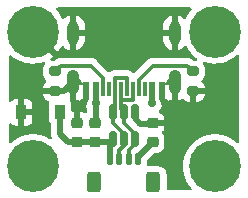
<source format=gtl>
%TF.GenerationSoftware,KiCad,Pcbnew,(6.0.5)*%
%TF.CreationDate,2022-07-11T10:01:00-06:00*%
%TF.ProjectId,usbc-daughter-board,75736263-2d64-4617-9567-687465722d62,1.0*%
%TF.SameCoordinates,Original*%
%TF.FileFunction,Copper,L1,Top*%
%TF.FilePolarity,Positive*%
%FSLAX46Y46*%
G04 Gerber Fmt 4.6, Leading zero omitted, Abs format (unit mm)*
G04 Created by KiCad (PCBNEW (6.0.5)) date 2022-07-11 10:01:00*
%MOMM*%
%LPD*%
G01*
G04 APERTURE LIST*
G04 Aperture macros list*
%AMRoundRect*
0 Rectangle with rounded corners*
0 $1 Rounding radius*
0 $2 $3 $4 $5 $6 $7 $8 $9 X,Y pos of 4 corners*
0 Add a 4 corners polygon primitive as box body*
4,1,4,$2,$3,$4,$5,$6,$7,$8,$9,$2,$3,0*
0 Add four circle primitives for the rounded corners*
1,1,$1+$1,$2,$3*
1,1,$1+$1,$4,$5*
1,1,$1+$1,$6,$7*
1,1,$1+$1,$8,$9*
0 Add four rect primitives between the rounded corners*
20,1,$1+$1,$2,$3,$4,$5,0*
20,1,$1+$1,$4,$5,$6,$7,0*
20,1,$1+$1,$6,$7,$8,$9,0*
20,1,$1+$1,$8,$9,$2,$3,0*%
G04 Aperture macros list end*
%TA.AperFunction,SMDPad,CuDef*%
%ADD10RoundRect,0.125000X-0.125000X-0.375000X0.125000X-0.375000X0.125000X0.375000X-0.125000X0.375000X0*%
%TD*%
%TA.AperFunction,SMDPad,CuDef*%
%ADD11RoundRect,0.250000X-0.350000X-0.600000X0.350000X-0.600000X0.350000X0.600000X-0.350000X0.600000X0*%
%TD*%
%TA.AperFunction,SMDPad,CuDef*%
%ADD12RoundRect,0.218750X-0.256250X0.218750X-0.256250X-0.218750X0.256250X-0.218750X0.256250X0.218750X0*%
%TD*%
%TA.AperFunction,SMDPad,CuDef*%
%ADD13RoundRect,0.225000X0.250000X-0.225000X0.250000X0.225000X-0.250000X0.225000X-0.250000X-0.225000X0*%
%TD*%
%TA.AperFunction,SMDPad,CuDef*%
%ADD14RoundRect,0.200000X-0.275000X0.200000X-0.275000X-0.200000X0.275000X-0.200000X0.275000X0.200000X0*%
%TD*%
%TA.AperFunction,ComponentPad*%
%ADD15C,4.400000*%
%TD*%
%TA.AperFunction,SMDPad,CuDef*%
%ADD16R,0.600000X1.150000*%
%TD*%
%TA.AperFunction,SMDPad,CuDef*%
%ADD17R,0.300000X1.150000*%
%TD*%
%TA.AperFunction,ComponentPad*%
%ADD18O,1.050000X2.100000*%
%TD*%
%TA.AperFunction,ComponentPad*%
%ADD19O,1.000000X2.000000*%
%TD*%
%TA.AperFunction,SMDPad,CuDef*%
%ADD20R,0.900000X1.200000*%
%TD*%
%TA.AperFunction,SMDPad,CuDef*%
%ADD21RoundRect,0.150000X0.150000X-0.512500X0.150000X0.512500X-0.150000X0.512500X-0.150000X-0.512500X0*%
%TD*%
%TA.AperFunction,ViaPad*%
%ADD22C,0.700000*%
%TD*%
%TA.AperFunction,Conductor*%
%ADD23C,0.500000*%
%TD*%
%TA.AperFunction,Conductor*%
%ADD24C,0.300000*%
%TD*%
G04 APERTURE END LIST*
D10*
%TO.P,J2,1,Pin_1*%
%TO.N,VBUS*%
X23100000Y-27250000D03*
%TO.P,J2,2,Pin_2*%
%TO.N,/USB_D+*%
X23900000Y-27250000D03*
%TO.P,J2,3,Pin_3*%
%TO.N,/USB_D-*%
X24700000Y-27250000D03*
%TO.P,J2,4,Pin_4*%
%TO.N,GND*%
X25500000Y-27250000D03*
D11*
%TO.P,J2,MP*%
%TO.N,N/C*%
X26800000Y-29200000D03*
X21800000Y-29200000D03*
%TD*%
D12*
%TO.P,F1,1*%
%TO.N,/CON_VBUS*%
X21850000Y-24212500D03*
%TO.P,F1,2*%
%TO.N,VBUS*%
X21850000Y-25787500D03*
%TD*%
D13*
%TO.P,C1,1*%
%TO.N,VBUS*%
X20350000Y-25775000D03*
%TO.P,C1,2*%
%TO.N,GNDPWR*%
X20350000Y-24225000D03*
%TD*%
D14*
%TO.P,R2,1*%
%TO.N,/CON_CC1*%
X30150000Y-19825000D03*
%TO.P,R2,2*%
%TO.N,GNDPWR*%
X30150000Y-21475000D03*
%TD*%
%TO.P,R1,1*%
%TO.N,/CON_CC2*%
X18450000Y-19825000D03*
%TO.P,R1,2*%
%TO.N,GNDPWR*%
X18450000Y-21475000D03*
%TD*%
D15*
%TO.P,H3,1,1*%
%TO.N,unconnected-(H3-Pad1)*%
X16600000Y-27850000D03*
%TD*%
%TO.P,H1,1,1*%
%TO.N,GNDPWR*%
X16600000Y-16450000D03*
%TD*%
%TO.P,H4,1,1*%
%TO.N,unconnected-(H4-Pad1)*%
X32000000Y-27850000D03*
%TD*%
%TO.P,H2,1,1*%
%TO.N,unconnected-(H2-Pad1)*%
X32000000Y-16450000D03*
%TD*%
D12*
%TO.P,L1,1,1*%
%TO.N,GNDPWR*%
X26750000Y-24212500D03*
%TO.P,L1,2,2*%
%TO.N,GND*%
X26750000Y-25787500D03*
%TD*%
D16*
%TO.P,J1,A1_B12,GND*%
%TO.N,GNDPWR*%
X27500000Y-21305000D03*
%TO.P,J1,A4_B9,VBUS*%
%TO.N,/CON_VBUS*%
X26700000Y-21305000D03*
D17*
%TO.P,J1,A5,CC1*%
%TO.N,/CON_CC1*%
X25550000Y-21305000D03*
%TO.P,J1,A6,D+*%
%TO.N,/USB_D+*%
X24550000Y-21305000D03*
%TO.P,J1,A7,D-*%
%TO.N,/USB_D-*%
X24050000Y-21305000D03*
%TO.P,J1,A8,SBU1*%
%TO.N,unconnected-(J1-PadA8)*%
X23050000Y-21305000D03*
D16*
%TO.P,J1,B1_A12,GND*%
%TO.N,GNDPWR*%
X21100000Y-21305000D03*
%TO.P,J1,B4_A9,VBUS*%
%TO.N,/CON_VBUS*%
X21900000Y-21305000D03*
D17*
%TO.P,J1,B5,CC2*%
%TO.N,/CON_CC2*%
X22550000Y-21305000D03*
%TO.P,J1,B6,D+*%
%TO.N,/USB_D+*%
X23550000Y-21305000D03*
%TO.P,J1,B7,D-*%
%TO.N,/USB_D-*%
X25050000Y-21305000D03*
%TO.P,J1,B8,SBU2*%
%TO.N,unconnected-(J1-PadB8)*%
X26050000Y-21305000D03*
D18*
%TO.P,J1,S1,SHELL_GND*%
%TO.N,GNDPWR*%
X28620000Y-20730000D03*
D19*
%TO.P,J1,S2,SHELL_GND*%
X28620000Y-16550000D03*
%TO.P,J1,S3,SHELL_GND*%
X19980000Y-16550000D03*
D18*
%TO.P,J1,S4,SHELL_GND*%
X19980000Y-20730000D03*
%TD*%
D20*
%TO.P,D1,1,A1*%
%TO.N,VBUS*%
X18900000Y-23300000D03*
%TO.P,D1,2,A2*%
%TO.N,GNDPWR*%
X15600000Y-23300000D03*
%TD*%
D21*
%TO.P,U1,1,VBUS*%
%TO.N,VBUS*%
X23350000Y-25537500D03*
%TO.P,U1,2,D1+*%
%TO.N,/USB_D+*%
X24300000Y-25537500D03*
%TO.P,U1,3,D1-*%
%TO.N,/USB_D-*%
X25250000Y-25537500D03*
%TO.P,U1,4,GND*%
%TO.N,GNDPWR*%
X25250000Y-23262500D03*
%TO.P,U1,5,D2-*%
%TO.N,/USB_D-*%
X24300000Y-23262500D03*
%TO.P,U1,6,D2+*%
%TO.N,/USB_D+*%
X23350000Y-23262500D03*
%TD*%
D22*
%TO.N,GNDPWR*%
X20800000Y-22500000D03*
X27800000Y-22500000D03*
%TO.N,/CON_VBUS*%
X21900000Y-22500000D03*
X26700000Y-22500000D03*
%TD*%
D23*
%TO.N,VBUS*%
X23100000Y-27250000D02*
X23100000Y-25787500D01*
X20350000Y-25775000D02*
X19525000Y-25775000D01*
X20350000Y-25775000D02*
X23112500Y-25775000D01*
X23100000Y-25787500D02*
X23350000Y-25537500D01*
X23112500Y-25775000D02*
X23350000Y-25537500D01*
X18900000Y-25150000D02*
X18900000Y-23300000D01*
X19525000Y-25775000D02*
X18900000Y-25150000D01*
%TO.N,GNDPWR*%
X19235000Y-21475000D02*
X19980000Y-20730000D01*
X18450000Y-21475000D02*
X19235000Y-21475000D01*
X20350000Y-22950000D02*
X20350000Y-24225000D01*
X27500000Y-21305000D02*
X27500000Y-22200000D01*
X26712500Y-24250000D02*
X26750000Y-24212500D01*
X20800000Y-22500000D02*
X20350000Y-22950000D01*
X25700000Y-24250000D02*
X26712500Y-24250000D01*
X25250000Y-23800000D02*
X25700000Y-24250000D01*
X21100000Y-21305000D02*
X21100000Y-22200000D01*
X27500000Y-22200000D02*
X27800000Y-22500000D01*
X21100000Y-22200000D02*
X20800000Y-22500000D01*
X25250000Y-23262500D02*
X25250000Y-23800000D01*
%TO.N,/CON_VBUS*%
X26700000Y-21305000D02*
X26700000Y-22500000D01*
X21900000Y-21305000D02*
X21900000Y-22500000D01*
X21900000Y-24162500D02*
X21850000Y-24212500D01*
X21900000Y-22500000D02*
X21900000Y-24162500D01*
D24*
%TO.N,/USB_D-*%
X24300000Y-24168573D02*
X25250000Y-25118573D01*
X25250000Y-25118573D02*
X25250000Y-25537500D01*
X24050000Y-21305000D02*
X24050000Y-22229022D01*
X24050000Y-22229022D02*
X24050000Y-23012500D01*
X24300000Y-23262500D02*
X24300000Y-24168573D01*
X24050489Y-22229511D02*
X25049511Y-22229511D01*
X24050000Y-23012500D02*
X24300000Y-23262500D01*
X24050000Y-22229022D02*
X24050489Y-22229511D01*
X25250000Y-25537500D02*
X25250000Y-25956427D01*
X25050000Y-22229022D02*
X25050000Y-21305000D01*
X25049511Y-22229511D02*
X25050000Y-22229022D01*
X25250000Y-25956427D02*
X24700000Y-26506427D01*
X24700000Y-26506427D02*
X24700000Y-27250000D01*
%TO.N,/USB_D+*%
X23900000Y-26500000D02*
X24300000Y-26100000D01*
X24300000Y-26100000D02*
X24300000Y-25537500D01*
X23350000Y-24168573D02*
X24300000Y-25118573D01*
X23900000Y-27250000D02*
X23900000Y-26500000D01*
X24550000Y-20380978D02*
X24550000Y-21305000D01*
X23550000Y-23062500D02*
X23350000Y-23262500D01*
X23550000Y-21305000D02*
X23550000Y-23062500D01*
X23550000Y-21305000D02*
X23550000Y-20380978D01*
X23550000Y-20380978D02*
X23550489Y-20380489D01*
X24300000Y-25118573D02*
X24300000Y-25537500D01*
X23550489Y-20380489D02*
X24549511Y-20380489D01*
X24549511Y-20380489D02*
X24550000Y-20380978D01*
X23350000Y-23262500D02*
X23350000Y-24168573D01*
%TO.N,/CON_CC2*%
X22550000Y-20345371D02*
X21535109Y-19330480D01*
X22550000Y-21305000D02*
X22550000Y-20345371D01*
X21535109Y-19330480D02*
X18944520Y-19330480D01*
X18944520Y-19330480D02*
X18450000Y-19825000D01*
%TO.N,/CON_CC1*%
X26769520Y-19330480D02*
X25550000Y-20550000D01*
X30150000Y-19825000D02*
X29655480Y-19330480D01*
X25550000Y-20550000D02*
X25550000Y-21305000D01*
X29655480Y-19330480D02*
X26769520Y-19330480D01*
D23*
%TO.N,GND*%
X25500000Y-27250000D02*
X25500000Y-27037500D01*
X25500000Y-27037500D02*
X26750000Y-25787500D01*
%TD*%
%TA.AperFunction,Conductor*%
%TO.N,GNDPWR*%
G36*
X33962090Y-18422984D02*
G01*
X34018136Y-18466566D01*
X34041901Y-18540217D01*
X34041733Y-22425460D01*
X34041589Y-25756479D01*
X34021584Y-25824599D01*
X33967926Y-25871090D01*
X33897652Y-25881191D01*
X33833072Y-25851695D01*
X33826261Y-25845336D01*
X33807742Y-25826720D01*
X33805070Y-25824034D01*
X33548603Y-25621852D01*
X33269705Y-25451945D01*
X33266261Y-25450379D01*
X33266257Y-25450377D01*
X33155667Y-25400095D01*
X32972414Y-25316775D01*
X32661037Y-25218300D01*
X32436193Y-25176018D01*
X32343809Y-25158645D01*
X32343807Y-25158645D01*
X32340086Y-25157945D01*
X32014208Y-25136586D01*
X32010428Y-25136794D01*
X32010427Y-25136794D01*
X31912897Y-25142162D01*
X31688124Y-25154532D01*
X31684397Y-25155193D01*
X31684393Y-25155193D01*
X31566889Y-25176018D01*
X31366557Y-25211522D01*
X31362941Y-25212624D01*
X31362933Y-25212626D01*
X31077443Y-25299637D01*
X31054167Y-25306731D01*
X30755477Y-25438781D01*
X30730041Y-25453914D01*
X30478074Y-25603817D01*
X30478068Y-25603821D01*
X30474814Y-25605757D01*
X30216244Y-25805243D01*
X29983513Y-26034347D01*
X29981149Y-26037314D01*
X29981146Y-26037317D01*
X29964847Y-26057771D01*
X29779991Y-26289751D01*
X29608626Y-26567757D01*
X29602949Y-26580071D01*
X29515205Y-26770405D01*
X29471902Y-26864336D01*
X29470741Y-26867940D01*
X29470741Y-26867941D01*
X29462196Y-26894477D01*
X29371797Y-27175192D01*
X29371079Y-27178903D01*
X29371078Y-27178907D01*
X29310482Y-27492105D01*
X29310481Y-27492114D01*
X29309763Y-27495824D01*
X29309496Y-27499600D01*
X29309495Y-27499605D01*
X29286966Y-27817796D01*
X29286698Y-27821585D01*
X29291214Y-27912306D01*
X29302198Y-28132928D01*
X29302936Y-28147759D01*
X29303577Y-28151490D01*
X29303578Y-28151498D01*
X29355210Y-28451978D01*
X29358241Y-28469619D01*
X29359329Y-28473258D01*
X29359330Y-28473261D01*
X29383123Y-28552817D01*
X29451814Y-28782504D01*
X29582297Y-29081881D01*
X29584220Y-29085152D01*
X29584222Y-29085156D01*
X29626584Y-29157215D01*
X29747802Y-29363414D01*
X29750103Y-29366429D01*
X29943631Y-29620012D01*
X29943636Y-29620017D01*
X29945931Y-29623025D01*
X29948569Y-29625733D01*
X29948582Y-29625748D01*
X29999074Y-29677579D01*
X30032281Y-29740331D01*
X30026289Y-29811074D01*
X29983002Y-29867348D01*
X29916163Y-29891286D01*
X29908820Y-29891500D01*
X28034500Y-29891500D01*
X27966379Y-29871498D01*
X27919886Y-29817842D01*
X27908500Y-29765500D01*
X27908500Y-28549600D01*
X27901981Y-28486771D01*
X27898238Y-28450692D01*
X27898237Y-28450688D01*
X27897526Y-28443834D01*
X27883713Y-28402430D01*
X27843868Y-28283002D01*
X27841550Y-28276054D01*
X27748478Y-28125652D01*
X27623303Y-28000695D01*
X27617072Y-27996854D01*
X27478968Y-27911725D01*
X27478966Y-27911724D01*
X27472738Y-27907885D01*
X27384425Y-27878593D01*
X27311389Y-27854368D01*
X27311387Y-27854368D01*
X27304861Y-27852203D01*
X27298025Y-27851503D01*
X27298022Y-27851502D01*
X27254969Y-27847091D01*
X27200400Y-27841500D01*
X26399600Y-27841500D01*
X26396346Y-27841838D01*
X26396339Y-27841838D01*
X26395710Y-27841903D01*
X26395572Y-27841877D01*
X26393108Y-27842005D01*
X26393078Y-27841418D01*
X26325890Y-27829032D01*
X26274112Y-27780456D01*
X26257106Y-27706688D01*
X26258307Y-27691433D01*
X26258307Y-27691430D01*
X26258500Y-27688979D01*
X26258500Y-27403871D01*
X26278502Y-27335750D01*
X26295405Y-27314776D01*
X26839776Y-26770405D01*
X26902088Y-26736379D01*
X26928871Y-26733500D01*
X27054572Y-26733500D01*
X27057818Y-26733163D01*
X27057822Y-26733163D01*
X27091603Y-26729658D01*
X27155982Y-26722978D01*
X27316849Y-26669308D01*
X27461055Y-26580071D01*
X27580864Y-26460053D01*
X27669849Y-26315692D01*
X27723238Y-26154731D01*
X27733500Y-26054572D01*
X27733500Y-25520428D01*
X27722978Y-25419018D01*
X27669308Y-25258151D01*
X27580071Y-25113945D01*
X27554841Y-25088759D01*
X27520762Y-25026477D01*
X27525765Y-24955657D01*
X27554686Y-24910568D01*
X27575298Y-24889920D01*
X27584310Y-24878509D01*
X27665553Y-24746709D01*
X27671697Y-24733532D01*
X27720579Y-24586157D01*
X27723445Y-24572790D01*
X27732614Y-24483300D01*
X27728525Y-24469376D01*
X27727135Y-24468171D01*
X27719452Y-24466500D01*
X26622000Y-24466500D01*
X26553879Y-24446498D01*
X26507386Y-24392842D01*
X26496000Y-24340500D01*
X26496000Y-24084500D01*
X26516002Y-24016379D01*
X26569658Y-23969886D01*
X26622000Y-23958500D01*
X27714885Y-23958500D01*
X27730124Y-23954025D01*
X27731329Y-23952635D01*
X27732842Y-23945679D01*
X27732663Y-23942218D01*
X27723196Y-23850979D01*
X27720303Y-23837583D01*
X27671170Y-23690313D01*
X27664996Y-23677134D01*
X27583530Y-23545486D01*
X27574494Y-23534085D01*
X27464920Y-23424702D01*
X27453509Y-23415690D01*
X27315479Y-23330607D01*
X27316288Y-23329294D01*
X27269340Y-23287960D01*
X27249877Y-23219683D01*
X27270417Y-23151723D01*
X27282237Y-23136369D01*
X27393948Y-23012301D01*
X27393949Y-23012300D01*
X27398367Y-23007393D01*
X27475382Y-22874000D01*
X27485295Y-22856830D01*
X27485296Y-22856829D01*
X27488599Y-22851107D01*
X27544365Y-22679475D01*
X27563142Y-22500828D01*
X27590155Y-22435171D01*
X27648377Y-22394542D01*
X27688452Y-22387999D01*
X27844669Y-22387999D01*
X27851490Y-22387629D01*
X27902352Y-22382105D01*
X27917604Y-22378479D01*
X28038054Y-22333324D01*
X28053649Y-22324786D01*
X28156793Y-22247484D01*
X28223300Y-22222636D01*
X28269617Y-22227945D01*
X28348692Y-22252422D01*
X28362795Y-22252628D01*
X28366000Y-22245873D01*
X28366000Y-21002115D01*
X28361525Y-20986876D01*
X28360135Y-20985671D01*
X28352452Y-20984000D01*
X27920965Y-20984000D01*
X27852844Y-20963998D01*
X27806351Y-20910342D01*
X27796247Y-20840068D01*
X27824744Y-20776930D01*
X27828485Y-20773393D01*
X27930277Y-20623612D01*
X27957637Y-20555206D01*
X28001504Y-20499387D01*
X28074625Y-20476000D01*
X28748000Y-20476000D01*
X28816121Y-20496002D01*
X28862614Y-20549658D01*
X28874000Y-20602000D01*
X28874000Y-22238986D01*
X28877973Y-22252517D01*
X28885768Y-22253637D01*
X29002932Y-22219154D01*
X29014300Y-22214561D01*
X29182912Y-22126413D01*
X29183177Y-22126240D01*
X29183335Y-22126192D01*
X29188370Y-22123560D01*
X29188870Y-22124517D01*
X29251131Y-22105676D01*
X29319414Y-22125116D01*
X29341265Y-22142577D01*
X29429557Y-22230869D01*
X29441426Y-22240176D01*
X29575012Y-22321079D01*
X29588757Y-22327285D01*
X29738644Y-22374256D01*
X29751694Y-22376869D01*
X29815521Y-22382734D01*
X29821309Y-22383000D01*
X29877885Y-22383000D01*
X29893124Y-22378525D01*
X29894329Y-22377135D01*
X29896000Y-22369452D01*
X29896000Y-22364884D01*
X30404000Y-22364884D01*
X30408475Y-22380123D01*
X30409865Y-22381328D01*
X30417548Y-22382999D01*
X30478705Y-22382999D01*
X30484454Y-22382736D01*
X30548315Y-22376868D01*
X30561351Y-22374257D01*
X30711243Y-22327285D01*
X30724988Y-22321079D01*
X30858574Y-22240176D01*
X30870443Y-22230869D01*
X30980869Y-22120443D01*
X30990176Y-22108574D01*
X31071079Y-21974988D01*
X31077285Y-21961243D01*
X31124256Y-21811356D01*
X31126869Y-21798306D01*
X31131913Y-21743414D01*
X31128525Y-21731876D01*
X31127135Y-21730671D01*
X31119452Y-21729000D01*
X30422115Y-21729000D01*
X30406876Y-21733475D01*
X30405671Y-21734865D01*
X30404000Y-21742548D01*
X30404000Y-22364884D01*
X29896000Y-22364884D01*
X29896000Y-21347000D01*
X29916002Y-21278879D01*
X29969658Y-21232386D01*
X30022000Y-21221000D01*
X31114884Y-21221000D01*
X31130123Y-21216525D01*
X31131328Y-21215135D01*
X31132291Y-21210706D01*
X31126868Y-21151685D01*
X31124257Y-21138649D01*
X31077285Y-20988757D01*
X31071079Y-20975012D01*
X30990176Y-20841426D01*
X30980869Y-20829557D01*
X30890761Y-20739449D01*
X30856735Y-20677137D01*
X30861800Y-20606322D01*
X30890761Y-20561259D01*
X30986639Y-20465381D01*
X31075472Y-20318699D01*
X31126753Y-20155062D01*
X31133500Y-20081635D01*
X31133499Y-19568366D01*
X31133234Y-19565474D01*
X31127364Y-19501592D01*
X31126753Y-19494938D01*
X31075472Y-19331301D01*
X30999288Y-19205505D01*
X30981109Y-19136875D01*
X31002920Y-19069312D01*
X31057796Y-19024266D01*
X31128314Y-19016039D01*
X31146314Y-19020503D01*
X31295205Y-19069312D01*
X31311440Y-19074634D01*
X31631742Y-19138346D01*
X31635514Y-19138633D01*
X31635522Y-19138634D01*
X31953602Y-19162829D01*
X31953607Y-19162829D01*
X31957379Y-19163116D01*
X32283633Y-19148586D01*
X32343425Y-19138634D01*
X32602037Y-19095590D01*
X32602042Y-19095589D01*
X32605778Y-19094967D01*
X32919149Y-19003034D01*
X32922616Y-19001544D01*
X32922620Y-19001543D01*
X33215721Y-18875616D01*
X33215723Y-18875615D01*
X33219205Y-18874119D01*
X33501601Y-18710091D01*
X33730226Y-18537496D01*
X33759221Y-18515607D01*
X33759222Y-18515606D01*
X33762245Y-18513324D01*
X33810749Y-18466566D01*
X33828454Y-18449499D01*
X33891379Y-18416622D01*
X33962090Y-18422984D01*
G37*
%TD.AperFunction*%
%TA.AperFunction,Conductor*%
G36*
X14769299Y-18451859D02*
G01*
X14777100Y-18458957D01*
X15025486Y-18659023D01*
X15031659Y-18663409D01*
X15302271Y-18832178D01*
X15308931Y-18835794D01*
X15597852Y-18970827D01*
X15604905Y-18973620D01*
X15907970Y-19072970D01*
X15915282Y-19074888D01*
X16228092Y-19137109D01*
X16235590Y-19138137D01*
X16553610Y-19162328D01*
X16561173Y-19162446D01*
X16879785Y-19148257D01*
X16887326Y-19147465D01*
X17201924Y-19095101D01*
X17209302Y-19093411D01*
X17456524Y-19020884D01*
X17527521Y-19020901D01*
X17587238Y-19059299D01*
X17616716Y-19123887D01*
X17606595Y-19194158D01*
X17599770Y-19207060D01*
X17524528Y-19331301D01*
X17473247Y-19494938D01*
X17466500Y-19568365D01*
X17466501Y-20081634D01*
X17466764Y-20084492D01*
X17466764Y-20084501D01*
X17470026Y-20120004D01*
X17473247Y-20155062D01*
X17524528Y-20318699D01*
X17613361Y-20465381D01*
X17709239Y-20561259D01*
X17743265Y-20623571D01*
X17738200Y-20694386D01*
X17709239Y-20739449D01*
X17619131Y-20829557D01*
X17609824Y-20841426D01*
X17528921Y-20975012D01*
X17522715Y-20988757D01*
X17475744Y-21138644D01*
X17473131Y-21151694D01*
X17468087Y-21206586D01*
X17471475Y-21218124D01*
X17472865Y-21219329D01*
X17480548Y-21221000D01*
X18578000Y-21221000D01*
X18646121Y-21241002D01*
X18692614Y-21294658D01*
X18704000Y-21347000D01*
X18704000Y-21603000D01*
X18683998Y-21671121D01*
X18630342Y-21717614D01*
X18578000Y-21729000D01*
X17485116Y-21729000D01*
X17469877Y-21733475D01*
X17468672Y-21734865D01*
X17467709Y-21739294D01*
X17473132Y-21798315D01*
X17475743Y-21811351D01*
X17522715Y-21961243D01*
X17528921Y-21974988D01*
X17609824Y-22108574D01*
X17619131Y-22120443D01*
X17729557Y-22230869D01*
X17741426Y-22240176D01*
X17875012Y-22321079D01*
X17888751Y-22327282D01*
X17902993Y-22331745D01*
X17962015Y-22371202D01*
X17990336Y-22436305D01*
X17983297Y-22496209D01*
X17948255Y-22589684D01*
X17941500Y-22651866D01*
X17941500Y-23948134D01*
X17948255Y-24010316D01*
X17999385Y-24146705D01*
X18086739Y-24263261D01*
X18093919Y-24268642D01*
X18100269Y-24274992D01*
X18098634Y-24276627D01*
X18133579Y-24323359D01*
X18141500Y-24367329D01*
X18141500Y-25082930D01*
X18140067Y-25101880D01*
X18138232Y-25113945D01*
X18136801Y-25123349D01*
X18137394Y-25130641D01*
X18137394Y-25130644D01*
X18141085Y-25176018D01*
X18141500Y-25186233D01*
X18141500Y-25194293D01*
X18141925Y-25197937D01*
X18144789Y-25222507D01*
X18145222Y-25226882D01*
X18147766Y-25258151D01*
X18151140Y-25299637D01*
X18153396Y-25306601D01*
X18154587Y-25312560D01*
X18155971Y-25318414D01*
X18156818Y-25325681D01*
X18159314Y-25332558D01*
X18159315Y-25332561D01*
X18174755Y-25375097D01*
X18179197Y-25445954D01*
X18144625Y-25507965D01*
X18082016Y-25541440D01*
X18011248Y-25535753D01*
X17990764Y-25525694D01*
X17872944Y-25453918D01*
X17872941Y-25453916D01*
X17869705Y-25451945D01*
X17866261Y-25450379D01*
X17866257Y-25450377D01*
X17755667Y-25400095D01*
X17572414Y-25316775D01*
X17261037Y-25218300D01*
X17036193Y-25176018D01*
X16943809Y-25158645D01*
X16943807Y-25158645D01*
X16940086Y-25157945D01*
X16614208Y-25136586D01*
X16610428Y-25136794D01*
X16610427Y-25136794D01*
X16512897Y-25142162D01*
X16288124Y-25154532D01*
X16284397Y-25155193D01*
X16284393Y-25155193D01*
X16166889Y-25176018D01*
X15966557Y-25211522D01*
X15962941Y-25212624D01*
X15962933Y-25212626D01*
X15677443Y-25299637D01*
X15654167Y-25306731D01*
X15355477Y-25438781D01*
X15330041Y-25453914D01*
X15078074Y-25603817D01*
X15078068Y-25603821D01*
X15074814Y-25605757D01*
X14816244Y-25805243D01*
X14772892Y-25847920D01*
X14710315Y-25881453D01*
X14639541Y-25875832D01*
X14583042Y-25832840D01*
X14558754Y-25766127D01*
X14558500Y-25758126D01*
X14558500Y-24336107D01*
X14578502Y-24267986D01*
X14632158Y-24221493D01*
X14702432Y-24211389D01*
X14767012Y-24240883D01*
X14775136Y-24249603D01*
X14775365Y-24249374D01*
X14794276Y-24268285D01*
X14896351Y-24344786D01*
X14911946Y-24353324D01*
X15032394Y-24398478D01*
X15047649Y-24402105D01*
X15098514Y-24407631D01*
X15105328Y-24408000D01*
X15327885Y-24408000D01*
X15343124Y-24403525D01*
X15344329Y-24402135D01*
X15346000Y-24394452D01*
X15346000Y-24389884D01*
X15854000Y-24389884D01*
X15858475Y-24405123D01*
X15859865Y-24406328D01*
X15867548Y-24407999D01*
X16094669Y-24407999D01*
X16101490Y-24407629D01*
X16152352Y-24402105D01*
X16167604Y-24398479D01*
X16288054Y-24353324D01*
X16303649Y-24344786D01*
X16405724Y-24268285D01*
X16418285Y-24255724D01*
X16494786Y-24153649D01*
X16503324Y-24138054D01*
X16548478Y-24017606D01*
X16552105Y-24002351D01*
X16557631Y-23951486D01*
X16558000Y-23944672D01*
X16558000Y-23572115D01*
X16553525Y-23556876D01*
X16552135Y-23555671D01*
X16544452Y-23554000D01*
X15872115Y-23554000D01*
X15856876Y-23558475D01*
X15855671Y-23559865D01*
X15854000Y-23567548D01*
X15854000Y-24389884D01*
X15346000Y-24389884D01*
X15346000Y-23027885D01*
X15854000Y-23027885D01*
X15858475Y-23043124D01*
X15859865Y-23044329D01*
X15867548Y-23046000D01*
X16539884Y-23046000D01*
X16555123Y-23041525D01*
X16556328Y-23040135D01*
X16557999Y-23032452D01*
X16557999Y-22655331D01*
X16557629Y-22648510D01*
X16552105Y-22597648D01*
X16548479Y-22582396D01*
X16503324Y-22461946D01*
X16494786Y-22446351D01*
X16418285Y-22344276D01*
X16405724Y-22331715D01*
X16303649Y-22255214D01*
X16288054Y-22246676D01*
X16167606Y-22201522D01*
X16152351Y-22197895D01*
X16101486Y-22192369D01*
X16094672Y-22192000D01*
X15872115Y-22192000D01*
X15856876Y-22196475D01*
X15855671Y-22197865D01*
X15854000Y-22205548D01*
X15854000Y-23027885D01*
X15346000Y-23027885D01*
X15346000Y-22210116D01*
X15341525Y-22194877D01*
X15340135Y-22193672D01*
X15332452Y-22192001D01*
X15105331Y-22192001D01*
X15098510Y-22192371D01*
X15047648Y-22197895D01*
X15032396Y-22201521D01*
X14911946Y-22246676D01*
X14896351Y-22255214D01*
X14794276Y-22331715D01*
X14775365Y-22350626D01*
X14773236Y-22348497D01*
X14728474Y-22381970D01*
X14657656Y-22387000D01*
X14595360Y-22352944D01*
X14561366Y-22290615D01*
X14558500Y-22263893D01*
X14558500Y-18545053D01*
X14578502Y-18476932D01*
X14632158Y-18430439D01*
X14702432Y-18420335D01*
X14769299Y-18451859D01*
G37*
%TD.AperFunction*%
%TA.AperFunction,Conductor*%
G36*
X20589547Y-20496002D02*
G01*
X20632883Y-20543235D01*
X20675239Y-20623571D01*
X20714922Y-20698836D01*
X20719327Y-20704049D01*
X20719330Y-20704053D01*
X20749243Y-20739449D01*
X20780413Y-20776333D01*
X20780699Y-20776672D01*
X20809391Y-20841613D01*
X20798418Y-20911756D01*
X20751265Y-20964833D01*
X20684461Y-20984000D01*
X20252115Y-20984000D01*
X20236876Y-20988475D01*
X20235671Y-20989865D01*
X20234000Y-20997548D01*
X20234000Y-22238986D01*
X20237973Y-22252517D01*
X20245768Y-22253637D01*
X20332836Y-22228012D01*
X20403833Y-22227967D01*
X20443976Y-22248060D01*
X20546351Y-22324786D01*
X20561946Y-22333324D01*
X20682394Y-22378478D01*
X20697649Y-22382105D01*
X20748514Y-22387631D01*
X20755328Y-22388000D01*
X20911548Y-22388000D01*
X20979669Y-22408002D01*
X21026162Y-22461658D01*
X21036858Y-22500829D01*
X21046197Y-22589684D01*
X21055635Y-22679475D01*
X21111401Y-22851107D01*
X21124620Y-22874002D01*
X21141500Y-22937001D01*
X21141500Y-23247007D01*
X21121498Y-23315128D01*
X21067842Y-23361621D01*
X20997568Y-23371725D01*
X20949384Y-23354267D01*
X20918120Y-23334996D01*
X20904939Y-23328849D01*
X20756186Y-23279509D01*
X20742810Y-23276642D01*
X20651903Y-23267328D01*
X20645486Y-23267000D01*
X20622115Y-23267000D01*
X20606876Y-23271475D01*
X20605671Y-23272865D01*
X20604000Y-23280548D01*
X20604000Y-24353000D01*
X20583998Y-24421121D01*
X20530342Y-24467614D01*
X20478000Y-24479000D01*
X20222000Y-24479000D01*
X20153879Y-24458998D01*
X20107386Y-24405342D01*
X20096000Y-24353000D01*
X20096000Y-23285115D01*
X20091525Y-23269876D01*
X20090135Y-23268671D01*
X20082452Y-23267000D01*
X20054562Y-23267000D01*
X20048048Y-23267337D01*
X19997505Y-23272582D01*
X19927684Y-23259718D01*
X19875901Y-23211148D01*
X19858500Y-23147255D01*
X19858500Y-22651866D01*
X19851745Y-22589684D01*
X19800615Y-22453295D01*
X19740275Y-22372783D01*
X19715427Y-22306278D01*
X19726000Y-22249941D01*
X19726000Y-20602000D01*
X19746002Y-20533879D01*
X19799658Y-20487386D01*
X19852000Y-20476000D01*
X20521426Y-20476000D01*
X20589547Y-20496002D01*
G37*
%TD.AperFunction*%
%TA.AperFunction,Conductor*%
G36*
X29973455Y-14428502D02*
G01*
X30019948Y-14482158D01*
X30030052Y-14552432D01*
X30000558Y-14617012D01*
X29993738Y-14624281D01*
X29983513Y-14634347D01*
X29779991Y-14889751D01*
X29608626Y-15167757D01*
X29607037Y-15171204D01*
X29545687Y-15304282D01*
X29499003Y-15357772D01*
X29430811Y-15377530D01*
X29362762Y-15357285D01*
X29341854Y-15340314D01*
X29333958Y-15332362D01*
X29191144Y-15214216D01*
X29180973Y-15207356D01*
X29017924Y-15119196D01*
X29006619Y-15114444D01*
X28891308Y-15078750D01*
X28877205Y-15078544D01*
X28874000Y-15085299D01*
X28874000Y-18007924D01*
X28877973Y-18021455D01*
X28885768Y-18022575D01*
X28993521Y-17990862D01*
X29004889Y-17986269D01*
X29169154Y-17900393D01*
X29179415Y-17893679D01*
X29323873Y-17777532D01*
X29332632Y-17768954D01*
X29394836Y-17694823D01*
X29453946Y-17655496D01*
X29524934Y-17654370D01*
X29585261Y-17691801D01*
X29599979Y-17711959D01*
X29747802Y-17963414D01*
X29750103Y-17966429D01*
X29943631Y-18220012D01*
X29943636Y-18220017D01*
X29945931Y-18223025D01*
X30007931Y-18286670D01*
X30168852Y-18451859D01*
X30173814Y-18456953D01*
X30273811Y-18537496D01*
X30425196Y-18659431D01*
X30425201Y-18659435D01*
X30428149Y-18661809D01*
X30440787Y-18669691D01*
X30463070Y-18683588D01*
X30510286Y-18736608D01*
X30521342Y-18806739D01*
X30492728Y-18871714D01*
X30433527Y-18910904D01*
X30396393Y-18916500D01*
X30226473Y-18916500D01*
X30158352Y-18896498D01*
X30140220Y-18882350D01*
X30140095Y-18882232D01*
X30115222Y-18858875D01*
X30112381Y-18856121D01*
X30091813Y-18835553D01*
X30088306Y-18832833D01*
X30079284Y-18825127D01*
X30075093Y-18821191D01*
X30045613Y-18793508D01*
X30038661Y-18789686D01*
X30026822Y-18783177D01*
X30010298Y-18772323D01*
X29999612Y-18764035D01*
X29993348Y-18759176D01*
X29986076Y-18756029D01*
X29986074Y-18756028D01*
X29950945Y-18740826D01*
X29940285Y-18735604D01*
X29906764Y-18717175D01*
X29906762Y-18717174D01*
X29899817Y-18713356D01*
X29879039Y-18708021D01*
X29860349Y-18701622D01*
X29840656Y-18693100D01*
X29795032Y-18685874D01*
X29783409Y-18683467D01*
X29749141Y-18674669D01*
X29738668Y-18671980D01*
X29717221Y-18671980D01*
X29697511Y-18670429D01*
X29676328Y-18667074D01*
X29630339Y-18671421D01*
X29618484Y-18671980D01*
X26851579Y-18671980D01*
X26839723Y-18671421D01*
X26831983Y-18669691D01*
X26824057Y-18669940D01*
X26824056Y-18669940D01*
X26761131Y-18671918D01*
X26757173Y-18671980D01*
X26728088Y-18671980D01*
X26724157Y-18672477D01*
X26724150Y-18672477D01*
X26723699Y-18672534D01*
X26711863Y-18673466D01*
X26665689Y-18674918D01*
X26645099Y-18680900D01*
X26625738Y-18684910D01*
X26618750Y-18685792D01*
X26612316Y-18686605D01*
X26612315Y-18686605D01*
X26604456Y-18687598D01*
X26597091Y-18690514D01*
X26597087Y-18690515D01*
X26561499Y-18704606D01*
X26550289Y-18708445D01*
X26505920Y-18721335D01*
X26487455Y-18732255D01*
X26469715Y-18740946D01*
X26449764Y-18748845D01*
X26417111Y-18772569D01*
X26412394Y-18775996D01*
X26402472Y-18782513D01*
X26369543Y-18801987D01*
X26369539Y-18801990D01*
X26362713Y-18806027D01*
X26347549Y-18821191D01*
X26332516Y-18834031D01*
X26315163Y-18846639D01*
X26292430Y-18874119D01*
X26285718Y-18882232D01*
X26277728Y-18891012D01*
X25225803Y-19942937D01*
X25163491Y-19976963D01*
X25092676Y-19971898D01*
X25046259Y-19936623D01*
X25043927Y-19938813D01*
X25038502Y-19933036D01*
X25033841Y-19926621D01*
X24998247Y-19897175D01*
X24989468Y-19889186D01*
X24985844Y-19885562D01*
X24982337Y-19882842D01*
X24973315Y-19875136D01*
X24964654Y-19867003D01*
X24939644Y-19843517D01*
X24931424Y-19838998D01*
X24911807Y-19825666D01*
X24905646Y-19820569D01*
X24898705Y-19817302D01*
X24896325Y-19815630D01*
X24893644Y-19814044D01*
X24887379Y-19809185D01*
X24880105Y-19806037D01*
X24880101Y-19806035D01*
X24844976Y-19790835D01*
X24834316Y-19785613D01*
X24821832Y-19778750D01*
X24793848Y-19763365D01*
X24786174Y-19761395D01*
X24786167Y-19761392D01*
X24783885Y-19760806D01*
X24764485Y-19753822D01*
X24762280Y-19753106D01*
X24755105Y-19749729D01*
X24748044Y-19748382D01*
X24743953Y-19746836D01*
X24741967Y-19746259D01*
X24734687Y-19743109D01*
X24689063Y-19735883D01*
X24677440Y-19733476D01*
X24643168Y-19724677D01*
X24632699Y-19721989D01*
X24621592Y-19721989D01*
X24603958Y-19720322D01*
X24599461Y-19720039D01*
X24591676Y-19718554D01*
X24584948Y-19718978D01*
X24579359Y-19718361D01*
X24578196Y-19718324D01*
X24570359Y-19717083D01*
X24562467Y-19717829D01*
X24562465Y-19717829D01*
X24542430Y-19719723D01*
X24524370Y-19721430D01*
X24512515Y-19721989D01*
X23632549Y-19721989D01*
X23620692Y-19721430D01*
X23612952Y-19719700D01*
X23605028Y-19719949D01*
X23604266Y-19719877D01*
X23598106Y-19719781D01*
X23591676Y-19718554D01*
X23583760Y-19719052D01*
X23583759Y-19719052D01*
X23541037Y-19721740D01*
X23533125Y-19721989D01*
X23509057Y-19721989D01*
X23505123Y-19722486D01*
X23505121Y-19722486D01*
X23504678Y-19722542D01*
X23492843Y-19723474D01*
X23463998Y-19724381D01*
X23454576Y-19724677D01*
X23454575Y-19724677D01*
X23446658Y-19724926D01*
X23439053Y-19727136D01*
X23437480Y-19727385D01*
X23432567Y-19728565D01*
X23425629Y-19729001D01*
X23418089Y-19731451D01*
X23414644Y-19732108D01*
X23396047Y-19736265D01*
X23393291Y-19736613D01*
X23393288Y-19736614D01*
X23385425Y-19737607D01*
X23378054Y-19740526D01*
X23378052Y-19740526D01*
X23342471Y-19754614D01*
X23331236Y-19758460D01*
X23294505Y-19769131D01*
X23294502Y-19769132D01*
X23286889Y-19771344D01*
X23280064Y-19775380D01*
X23277696Y-19776405D01*
X23274456Y-19778120D01*
X23267396Y-19780414D01*
X23260704Y-19784661D01*
X23259724Y-19785122D01*
X23239881Y-19795232D01*
X23238102Y-19795936D01*
X23238100Y-19795937D01*
X23230733Y-19798854D01*
X23224322Y-19803512D01*
X23224320Y-19803513D01*
X23207643Y-19815630D01*
X23193834Y-19825663D01*
X23193363Y-19826005D01*
X23183441Y-19832522D01*
X23150511Y-19851997D01*
X23150509Y-19851998D01*
X23143682Y-19856036D01*
X23143516Y-19856202D01*
X23080619Y-19880900D01*
X23010996Y-19867003D01*
X22980378Y-19844489D01*
X22058764Y-18922875D01*
X22050774Y-18914095D01*
X22050772Y-18914093D01*
X22046525Y-18907400D01*
X22029074Y-18891012D01*
X21994852Y-18858876D01*
X21992010Y-18856121D01*
X21971442Y-18835553D01*
X21967935Y-18832833D01*
X21958913Y-18825127D01*
X21954722Y-18821191D01*
X21925242Y-18793508D01*
X21918290Y-18789686D01*
X21906451Y-18783177D01*
X21889927Y-18772323D01*
X21879241Y-18764035D01*
X21872977Y-18759176D01*
X21865705Y-18756029D01*
X21865703Y-18756028D01*
X21830574Y-18740826D01*
X21819914Y-18735604D01*
X21786393Y-18717175D01*
X21786391Y-18717174D01*
X21779446Y-18713356D01*
X21758668Y-18708021D01*
X21739978Y-18701622D01*
X21720285Y-18693100D01*
X21674661Y-18685874D01*
X21663038Y-18683467D01*
X21628770Y-18674669D01*
X21618297Y-18671980D01*
X21596850Y-18671980D01*
X21577140Y-18670429D01*
X21555957Y-18667074D01*
X21509968Y-18671421D01*
X21498113Y-18671980D01*
X19026579Y-18671980D01*
X19014723Y-18671421D01*
X19006983Y-18669691D01*
X18999057Y-18669940D01*
X18999056Y-18669940D01*
X18936131Y-18671918D01*
X18932173Y-18671980D01*
X18903088Y-18671980D01*
X18899157Y-18672477D01*
X18899150Y-18672477D01*
X18898699Y-18672534D01*
X18886863Y-18673466D01*
X18840689Y-18674918D01*
X18820099Y-18680900D01*
X18800738Y-18684910D01*
X18793750Y-18685792D01*
X18787316Y-18686605D01*
X18787315Y-18686605D01*
X18779456Y-18687598D01*
X18772091Y-18690514D01*
X18772087Y-18690515D01*
X18736499Y-18704606D01*
X18725289Y-18708445D01*
X18680920Y-18721335D01*
X18662455Y-18732255D01*
X18644715Y-18740946D01*
X18624764Y-18748845D01*
X18592111Y-18772569D01*
X18587394Y-18775996D01*
X18577472Y-18782513D01*
X18544543Y-18801987D01*
X18544539Y-18801990D01*
X18537713Y-18806027D01*
X18522549Y-18821191D01*
X18507516Y-18834031D01*
X18490163Y-18846639D01*
X18470160Y-18870818D01*
X18411328Y-18910555D01*
X18373077Y-18916501D01*
X18203383Y-18916501D01*
X18135262Y-18896499D01*
X18088769Y-18842843D01*
X18078665Y-18772569D01*
X18108159Y-18707989D01*
X18127466Y-18689939D01*
X18314305Y-18548889D01*
X18322761Y-18537496D01*
X18316045Y-18525256D01*
X16329885Y-16539095D01*
X16295859Y-16476783D01*
X16300924Y-16405967D01*
X16329885Y-16360905D01*
X16510905Y-16179885D01*
X16573217Y-16145859D01*
X16644032Y-16150924D01*
X16689095Y-16179885D01*
X18673285Y-18164074D01*
X18686408Y-18171240D01*
X18696709Y-18163851D01*
X18800751Y-18036055D01*
X18805164Y-18029914D01*
X18975349Y-17760187D01*
X18978997Y-17753550D01*
X18994263Y-17721327D01*
X19041505Y-17668329D01*
X19109899Y-17649285D01*
X19177733Y-17670241D01*
X19205774Y-17695637D01*
X19257397Y-17758932D01*
X19266041Y-17767637D01*
X19408856Y-17885784D01*
X19419027Y-17892644D01*
X19582076Y-17980804D01*
X19593381Y-17985556D01*
X19708692Y-18021250D01*
X19722795Y-18021456D01*
X19726000Y-18014701D01*
X19726000Y-18007924D01*
X20234000Y-18007924D01*
X20237973Y-18021455D01*
X20245768Y-18022575D01*
X20353521Y-17990862D01*
X20364889Y-17986269D01*
X20529154Y-17900393D01*
X20539415Y-17893679D01*
X20683873Y-17777532D01*
X20692632Y-17768954D01*
X20811778Y-17626961D01*
X20818708Y-17616841D01*
X20908002Y-17454415D01*
X20912834Y-17443142D01*
X20968880Y-17266462D01*
X20971430Y-17254468D01*
X20987607Y-17110239D01*
X20988000Y-17103215D01*
X20988000Y-17096657D01*
X27612000Y-17096657D01*
X27612301Y-17102805D01*
X27625812Y-17240603D01*
X27628195Y-17252638D01*
X27681767Y-17430076D01*
X27686441Y-17441416D01*
X27773460Y-17605077D01*
X27780249Y-17615294D01*
X27897397Y-17758933D01*
X27906041Y-17767637D01*
X28048856Y-17885784D01*
X28059027Y-17892644D01*
X28222076Y-17980804D01*
X28233381Y-17985556D01*
X28348692Y-18021250D01*
X28362795Y-18021456D01*
X28366000Y-18014701D01*
X28366000Y-16822115D01*
X28361525Y-16806876D01*
X28360135Y-16805671D01*
X28352452Y-16804000D01*
X27630115Y-16804000D01*
X27614876Y-16808475D01*
X27613671Y-16809865D01*
X27612000Y-16817548D01*
X27612000Y-17096657D01*
X20988000Y-17096657D01*
X20988000Y-16822115D01*
X20983525Y-16806876D01*
X20982135Y-16805671D01*
X20974452Y-16804000D01*
X20252115Y-16804000D01*
X20236876Y-16808475D01*
X20235671Y-16809865D01*
X20234000Y-16817548D01*
X20234000Y-18007924D01*
X19726000Y-18007924D01*
X19726000Y-16277885D01*
X20234000Y-16277885D01*
X20238475Y-16293124D01*
X20239865Y-16294329D01*
X20247548Y-16296000D01*
X20969885Y-16296000D01*
X20985124Y-16291525D01*
X20986329Y-16290135D01*
X20988000Y-16282452D01*
X20988000Y-16277885D01*
X27612000Y-16277885D01*
X27616475Y-16293124D01*
X27617865Y-16294329D01*
X27625548Y-16296000D01*
X28347885Y-16296000D01*
X28363124Y-16291525D01*
X28364329Y-16290135D01*
X28366000Y-16282452D01*
X28366000Y-15092076D01*
X28362027Y-15078545D01*
X28354232Y-15077425D01*
X28246479Y-15109138D01*
X28235111Y-15113731D01*
X28070846Y-15199607D01*
X28060585Y-15206321D01*
X27916127Y-15322468D01*
X27907368Y-15331046D01*
X27788222Y-15473039D01*
X27781292Y-15483159D01*
X27691998Y-15645585D01*
X27687166Y-15656858D01*
X27631120Y-15833538D01*
X27628570Y-15845532D01*
X27612393Y-15989761D01*
X27612000Y-15996785D01*
X27612000Y-16277885D01*
X20988000Y-16277885D01*
X20988000Y-16003343D01*
X20987699Y-15997195D01*
X20974188Y-15859397D01*
X20971805Y-15847362D01*
X20918233Y-15669924D01*
X20913559Y-15658584D01*
X20826540Y-15494923D01*
X20819751Y-15484706D01*
X20702603Y-15341067D01*
X20693959Y-15332363D01*
X20551144Y-15214216D01*
X20540973Y-15207356D01*
X20377924Y-15119196D01*
X20366619Y-15114444D01*
X20251308Y-15078750D01*
X20237205Y-15078544D01*
X20234000Y-15085299D01*
X20234000Y-16277885D01*
X19726000Y-16277885D01*
X19726000Y-15092076D01*
X19722027Y-15078545D01*
X19714232Y-15077425D01*
X19606479Y-15109138D01*
X19595111Y-15113731D01*
X19430846Y-15199607D01*
X19420585Y-15206321D01*
X19276127Y-15322468D01*
X19267369Y-15331044D01*
X19265415Y-15333373D01*
X19264093Y-15334253D01*
X19262963Y-15335359D01*
X19262753Y-15335144D01*
X19206305Y-15372700D01*
X19135318Y-15373827D01*
X19074990Y-15336397D01*
X19053920Y-15303933D01*
X19005781Y-15196570D01*
X19002264Y-15189843D01*
X18837771Y-14916621D01*
X18833481Y-14910377D01*
X18637350Y-14658889D01*
X18632341Y-14653208D01*
X18602651Y-14623362D01*
X18568790Y-14560961D01*
X18574040Y-14490158D01*
X18616736Y-14433434D01*
X18683321Y-14408798D01*
X18691980Y-14408500D01*
X29905334Y-14408500D01*
X29973455Y-14428502D01*
G37*
%TD.AperFunction*%
%TD*%
%TA.AperFunction,Conductor*%
%TO.N,GNDPWR*%
G36*
X33962090Y-18422984D02*
G01*
X34018136Y-18466566D01*
X34041901Y-18540217D01*
X34041733Y-22425460D01*
X34041589Y-25756479D01*
X34021584Y-25824599D01*
X33967926Y-25871090D01*
X33897652Y-25881191D01*
X33833072Y-25851695D01*
X33826261Y-25845336D01*
X33807742Y-25826720D01*
X33805070Y-25824034D01*
X33548603Y-25621852D01*
X33269705Y-25451945D01*
X33266261Y-25450379D01*
X33266257Y-25450377D01*
X33155667Y-25400095D01*
X32972414Y-25316775D01*
X32661037Y-25218300D01*
X32436193Y-25176018D01*
X32343809Y-25158645D01*
X32343807Y-25158645D01*
X32340086Y-25157945D01*
X32014208Y-25136586D01*
X32010428Y-25136794D01*
X32010427Y-25136794D01*
X31912897Y-25142162D01*
X31688124Y-25154532D01*
X31684397Y-25155193D01*
X31684393Y-25155193D01*
X31566889Y-25176018D01*
X31366557Y-25211522D01*
X31362941Y-25212624D01*
X31362933Y-25212626D01*
X31077443Y-25299637D01*
X31054167Y-25306731D01*
X30755477Y-25438781D01*
X30730041Y-25453914D01*
X30478074Y-25603817D01*
X30478068Y-25603821D01*
X30474814Y-25605757D01*
X30216244Y-25805243D01*
X29983513Y-26034347D01*
X29981149Y-26037314D01*
X29981146Y-26037317D01*
X29964847Y-26057771D01*
X29779991Y-26289751D01*
X29608626Y-26567757D01*
X29602949Y-26580071D01*
X29515205Y-26770405D01*
X29471902Y-26864336D01*
X29470741Y-26867940D01*
X29470741Y-26867941D01*
X29462196Y-26894477D01*
X29371797Y-27175192D01*
X29371079Y-27178903D01*
X29371078Y-27178907D01*
X29310482Y-27492105D01*
X29310481Y-27492114D01*
X29309763Y-27495824D01*
X29309496Y-27499600D01*
X29309495Y-27499605D01*
X29286966Y-27817796D01*
X29286698Y-27821585D01*
X29291214Y-27912306D01*
X29302198Y-28132928D01*
X29302936Y-28147759D01*
X29303577Y-28151490D01*
X29303578Y-28151498D01*
X29355210Y-28451978D01*
X29358241Y-28469619D01*
X29359329Y-28473258D01*
X29359330Y-28473261D01*
X29383123Y-28552817D01*
X29451814Y-28782504D01*
X29582297Y-29081881D01*
X29584220Y-29085152D01*
X29584222Y-29085156D01*
X29626584Y-29157215D01*
X29747802Y-29363414D01*
X29750103Y-29366429D01*
X29943631Y-29620012D01*
X29943636Y-29620017D01*
X29945931Y-29623025D01*
X29948569Y-29625733D01*
X29948582Y-29625748D01*
X29999074Y-29677579D01*
X30032281Y-29740331D01*
X30026289Y-29811074D01*
X29983002Y-29867348D01*
X29916163Y-29891286D01*
X29908820Y-29891500D01*
X28034500Y-29891500D01*
X27966379Y-29871498D01*
X27919886Y-29817842D01*
X27908500Y-29765500D01*
X27908500Y-28549600D01*
X27901981Y-28486771D01*
X27898238Y-28450692D01*
X27898237Y-28450688D01*
X27897526Y-28443834D01*
X27883713Y-28402430D01*
X27843868Y-28283002D01*
X27841550Y-28276054D01*
X27748478Y-28125652D01*
X27623303Y-28000695D01*
X27617072Y-27996854D01*
X27478968Y-27911725D01*
X27478966Y-27911724D01*
X27472738Y-27907885D01*
X27384425Y-27878593D01*
X27311389Y-27854368D01*
X27311387Y-27854368D01*
X27304861Y-27852203D01*
X27298025Y-27851503D01*
X27298022Y-27851502D01*
X27254969Y-27847091D01*
X27200400Y-27841500D01*
X26399600Y-27841500D01*
X26396346Y-27841838D01*
X26396339Y-27841838D01*
X26395710Y-27841903D01*
X26395572Y-27841877D01*
X26393108Y-27842005D01*
X26393078Y-27841418D01*
X26325890Y-27829032D01*
X26274112Y-27780456D01*
X26257106Y-27706688D01*
X26258307Y-27691433D01*
X26258307Y-27691430D01*
X26258500Y-27688979D01*
X26258500Y-27403871D01*
X26278502Y-27335750D01*
X26295405Y-27314776D01*
X26839776Y-26770405D01*
X26902088Y-26736379D01*
X26928871Y-26733500D01*
X27054572Y-26733500D01*
X27057818Y-26733163D01*
X27057822Y-26733163D01*
X27091603Y-26729658D01*
X27155982Y-26722978D01*
X27316849Y-26669308D01*
X27461055Y-26580071D01*
X27580864Y-26460053D01*
X27669849Y-26315692D01*
X27723238Y-26154731D01*
X27733500Y-26054572D01*
X27733500Y-25520428D01*
X27722978Y-25419018D01*
X27669308Y-25258151D01*
X27580071Y-25113945D01*
X27554841Y-25088759D01*
X27520762Y-25026477D01*
X27525765Y-24955657D01*
X27554686Y-24910568D01*
X27575298Y-24889920D01*
X27584310Y-24878509D01*
X27665553Y-24746709D01*
X27671697Y-24733532D01*
X27720579Y-24586157D01*
X27723445Y-24572790D01*
X27732614Y-24483300D01*
X27728525Y-24469376D01*
X27727135Y-24468171D01*
X27719452Y-24466500D01*
X26622000Y-24466500D01*
X26553879Y-24446498D01*
X26507386Y-24392842D01*
X26496000Y-24340500D01*
X26496000Y-24084500D01*
X26516002Y-24016379D01*
X26569658Y-23969886D01*
X26622000Y-23958500D01*
X27714885Y-23958500D01*
X27730124Y-23954025D01*
X27731329Y-23952635D01*
X27732842Y-23945679D01*
X27732663Y-23942218D01*
X27723196Y-23850979D01*
X27720303Y-23837583D01*
X27671170Y-23690313D01*
X27664996Y-23677134D01*
X27583530Y-23545486D01*
X27574494Y-23534085D01*
X27464920Y-23424702D01*
X27453509Y-23415690D01*
X27315479Y-23330607D01*
X27316288Y-23329294D01*
X27269340Y-23287960D01*
X27249877Y-23219683D01*
X27270417Y-23151723D01*
X27282237Y-23136369D01*
X27393948Y-23012301D01*
X27393949Y-23012300D01*
X27398367Y-23007393D01*
X27475382Y-22874000D01*
X27485295Y-22856830D01*
X27485296Y-22856829D01*
X27488599Y-22851107D01*
X27544365Y-22679475D01*
X27563142Y-22500828D01*
X27590155Y-22435171D01*
X27648377Y-22394542D01*
X27688452Y-22387999D01*
X27844669Y-22387999D01*
X27851490Y-22387629D01*
X27902352Y-22382105D01*
X27917604Y-22378479D01*
X28038054Y-22333324D01*
X28053649Y-22324786D01*
X28156793Y-22247484D01*
X28223300Y-22222636D01*
X28269617Y-22227945D01*
X28348692Y-22252422D01*
X28362795Y-22252628D01*
X28366000Y-22245873D01*
X28366000Y-21002115D01*
X28361525Y-20986876D01*
X28360135Y-20985671D01*
X28352452Y-20984000D01*
X27920965Y-20984000D01*
X27852844Y-20963998D01*
X27806351Y-20910342D01*
X27796247Y-20840068D01*
X27824744Y-20776930D01*
X27828485Y-20773393D01*
X27930277Y-20623612D01*
X27957637Y-20555206D01*
X28001504Y-20499387D01*
X28074625Y-20476000D01*
X28748000Y-20476000D01*
X28816121Y-20496002D01*
X28862614Y-20549658D01*
X28874000Y-20602000D01*
X28874000Y-22238986D01*
X28877973Y-22252517D01*
X28885768Y-22253637D01*
X29002932Y-22219154D01*
X29014300Y-22214561D01*
X29182912Y-22126413D01*
X29183177Y-22126240D01*
X29183335Y-22126192D01*
X29188370Y-22123560D01*
X29188870Y-22124517D01*
X29251131Y-22105676D01*
X29319414Y-22125116D01*
X29341265Y-22142577D01*
X29429557Y-22230869D01*
X29441426Y-22240176D01*
X29575012Y-22321079D01*
X29588757Y-22327285D01*
X29738644Y-22374256D01*
X29751694Y-22376869D01*
X29815521Y-22382734D01*
X29821309Y-22383000D01*
X29877885Y-22383000D01*
X29893124Y-22378525D01*
X29894329Y-22377135D01*
X29896000Y-22369452D01*
X29896000Y-22364884D01*
X30404000Y-22364884D01*
X30408475Y-22380123D01*
X30409865Y-22381328D01*
X30417548Y-22382999D01*
X30478705Y-22382999D01*
X30484454Y-22382736D01*
X30548315Y-22376868D01*
X30561351Y-22374257D01*
X30711243Y-22327285D01*
X30724988Y-22321079D01*
X30858574Y-22240176D01*
X30870443Y-22230869D01*
X30980869Y-22120443D01*
X30990176Y-22108574D01*
X31071079Y-21974988D01*
X31077285Y-21961243D01*
X31124256Y-21811356D01*
X31126869Y-21798306D01*
X31131913Y-21743414D01*
X31128525Y-21731876D01*
X31127135Y-21730671D01*
X31119452Y-21729000D01*
X30422115Y-21729000D01*
X30406876Y-21733475D01*
X30405671Y-21734865D01*
X30404000Y-21742548D01*
X30404000Y-22364884D01*
X29896000Y-22364884D01*
X29896000Y-21347000D01*
X29916002Y-21278879D01*
X29969658Y-21232386D01*
X30022000Y-21221000D01*
X31114884Y-21221000D01*
X31130123Y-21216525D01*
X31131328Y-21215135D01*
X31132291Y-21210706D01*
X31126868Y-21151685D01*
X31124257Y-21138649D01*
X31077285Y-20988757D01*
X31071079Y-20975012D01*
X30990176Y-20841426D01*
X30980869Y-20829557D01*
X30890761Y-20739449D01*
X30856735Y-20677137D01*
X30861800Y-20606322D01*
X30890761Y-20561259D01*
X30986639Y-20465381D01*
X31075472Y-20318699D01*
X31126753Y-20155062D01*
X31133500Y-20081635D01*
X31133499Y-19568366D01*
X31133234Y-19565474D01*
X31127364Y-19501592D01*
X31126753Y-19494938D01*
X31075472Y-19331301D01*
X30999288Y-19205505D01*
X30981109Y-19136875D01*
X31002920Y-19069312D01*
X31057796Y-19024266D01*
X31128314Y-19016039D01*
X31146314Y-19020503D01*
X31295205Y-19069312D01*
X31311440Y-19074634D01*
X31631742Y-19138346D01*
X31635514Y-19138633D01*
X31635522Y-19138634D01*
X31953602Y-19162829D01*
X31953607Y-19162829D01*
X31957379Y-19163116D01*
X32283633Y-19148586D01*
X32343425Y-19138634D01*
X32602037Y-19095590D01*
X32602042Y-19095589D01*
X32605778Y-19094967D01*
X32919149Y-19003034D01*
X32922616Y-19001544D01*
X32922620Y-19001543D01*
X33215721Y-18875616D01*
X33215723Y-18875615D01*
X33219205Y-18874119D01*
X33501601Y-18710091D01*
X33730226Y-18537496D01*
X33759221Y-18515607D01*
X33759222Y-18515606D01*
X33762245Y-18513324D01*
X33810749Y-18466566D01*
X33828454Y-18449499D01*
X33891379Y-18416622D01*
X33962090Y-18422984D01*
G37*
%TD.AperFunction*%
%TA.AperFunction,Conductor*%
G36*
X14769299Y-18451859D02*
G01*
X14777100Y-18458957D01*
X15025486Y-18659023D01*
X15031659Y-18663409D01*
X15302271Y-18832178D01*
X15308931Y-18835794D01*
X15597852Y-18970827D01*
X15604905Y-18973620D01*
X15907970Y-19072970D01*
X15915282Y-19074888D01*
X16228092Y-19137109D01*
X16235590Y-19138137D01*
X16553610Y-19162328D01*
X16561173Y-19162446D01*
X16879785Y-19148257D01*
X16887326Y-19147465D01*
X17201924Y-19095101D01*
X17209302Y-19093411D01*
X17456524Y-19020884D01*
X17527521Y-19020901D01*
X17587238Y-19059299D01*
X17616716Y-19123887D01*
X17606595Y-19194158D01*
X17599770Y-19207060D01*
X17524528Y-19331301D01*
X17473247Y-19494938D01*
X17466500Y-19568365D01*
X17466501Y-20081634D01*
X17466764Y-20084492D01*
X17466764Y-20084501D01*
X17470026Y-20120004D01*
X17473247Y-20155062D01*
X17524528Y-20318699D01*
X17613361Y-20465381D01*
X17709239Y-20561259D01*
X17743265Y-20623571D01*
X17738200Y-20694386D01*
X17709239Y-20739449D01*
X17619131Y-20829557D01*
X17609824Y-20841426D01*
X17528921Y-20975012D01*
X17522715Y-20988757D01*
X17475744Y-21138644D01*
X17473131Y-21151694D01*
X17468087Y-21206586D01*
X17471475Y-21218124D01*
X17472865Y-21219329D01*
X17480548Y-21221000D01*
X18578000Y-21221000D01*
X18646121Y-21241002D01*
X18692614Y-21294658D01*
X18704000Y-21347000D01*
X18704000Y-21603000D01*
X18683998Y-21671121D01*
X18630342Y-21717614D01*
X18578000Y-21729000D01*
X17485116Y-21729000D01*
X17469877Y-21733475D01*
X17468672Y-21734865D01*
X17467709Y-21739294D01*
X17473132Y-21798315D01*
X17475743Y-21811351D01*
X17522715Y-21961243D01*
X17528921Y-21974988D01*
X17609824Y-22108574D01*
X17619131Y-22120443D01*
X17729557Y-22230869D01*
X17741426Y-22240176D01*
X17875012Y-22321079D01*
X17888751Y-22327282D01*
X17902993Y-22331745D01*
X17962015Y-22371202D01*
X17990336Y-22436305D01*
X17983297Y-22496209D01*
X17948255Y-22589684D01*
X17941500Y-22651866D01*
X17941500Y-23948134D01*
X17948255Y-24010316D01*
X17999385Y-24146705D01*
X18086739Y-24263261D01*
X18093919Y-24268642D01*
X18100269Y-24274992D01*
X18098634Y-24276627D01*
X18133579Y-24323359D01*
X18141500Y-24367329D01*
X18141500Y-25082930D01*
X18140067Y-25101880D01*
X18138232Y-25113945D01*
X18136801Y-25123349D01*
X18137394Y-25130641D01*
X18137394Y-25130644D01*
X18141085Y-25176018D01*
X18141500Y-25186233D01*
X18141500Y-25194293D01*
X18141925Y-25197937D01*
X18144789Y-25222507D01*
X18145222Y-25226882D01*
X18147766Y-25258151D01*
X18151140Y-25299637D01*
X18153396Y-25306601D01*
X18154587Y-25312560D01*
X18155971Y-25318414D01*
X18156818Y-25325681D01*
X18159314Y-25332558D01*
X18159315Y-25332561D01*
X18174755Y-25375097D01*
X18179197Y-25445954D01*
X18144625Y-25507965D01*
X18082016Y-25541440D01*
X18011248Y-25535753D01*
X17990764Y-25525694D01*
X17872944Y-25453918D01*
X17872941Y-25453916D01*
X17869705Y-25451945D01*
X17866261Y-25450379D01*
X17866257Y-25450377D01*
X17755667Y-25400095D01*
X17572414Y-25316775D01*
X17261037Y-25218300D01*
X17036193Y-25176018D01*
X16943809Y-25158645D01*
X16943807Y-25158645D01*
X16940086Y-25157945D01*
X16614208Y-25136586D01*
X16610428Y-25136794D01*
X16610427Y-25136794D01*
X16512897Y-25142162D01*
X16288124Y-25154532D01*
X16284397Y-25155193D01*
X16284393Y-25155193D01*
X16166889Y-25176018D01*
X15966557Y-25211522D01*
X15962941Y-25212624D01*
X15962933Y-25212626D01*
X15677443Y-25299637D01*
X15654167Y-25306731D01*
X15355477Y-25438781D01*
X15330041Y-25453914D01*
X15078074Y-25603817D01*
X15078068Y-25603821D01*
X15074814Y-25605757D01*
X14816244Y-25805243D01*
X14772892Y-25847920D01*
X14710315Y-25881453D01*
X14639541Y-25875832D01*
X14583042Y-25832840D01*
X14558754Y-25766127D01*
X14558500Y-25758126D01*
X14558500Y-24336107D01*
X14578502Y-24267986D01*
X14632158Y-24221493D01*
X14702432Y-24211389D01*
X14767012Y-24240883D01*
X14775136Y-24249603D01*
X14775365Y-24249374D01*
X14794276Y-24268285D01*
X14896351Y-24344786D01*
X14911946Y-24353324D01*
X15032394Y-24398478D01*
X15047649Y-24402105D01*
X15098514Y-24407631D01*
X15105328Y-24408000D01*
X15327885Y-24408000D01*
X15343124Y-24403525D01*
X15344329Y-24402135D01*
X15346000Y-24394452D01*
X15346000Y-24389884D01*
X15854000Y-24389884D01*
X15858475Y-24405123D01*
X15859865Y-24406328D01*
X15867548Y-24407999D01*
X16094669Y-24407999D01*
X16101490Y-24407629D01*
X16152352Y-24402105D01*
X16167604Y-24398479D01*
X16288054Y-24353324D01*
X16303649Y-24344786D01*
X16405724Y-24268285D01*
X16418285Y-24255724D01*
X16494786Y-24153649D01*
X16503324Y-24138054D01*
X16548478Y-24017606D01*
X16552105Y-24002351D01*
X16557631Y-23951486D01*
X16558000Y-23944672D01*
X16558000Y-23572115D01*
X16553525Y-23556876D01*
X16552135Y-23555671D01*
X16544452Y-23554000D01*
X15872115Y-23554000D01*
X15856876Y-23558475D01*
X15855671Y-23559865D01*
X15854000Y-23567548D01*
X15854000Y-24389884D01*
X15346000Y-24389884D01*
X15346000Y-23027885D01*
X15854000Y-23027885D01*
X15858475Y-23043124D01*
X15859865Y-23044329D01*
X15867548Y-23046000D01*
X16539884Y-23046000D01*
X16555123Y-23041525D01*
X16556328Y-23040135D01*
X16557999Y-23032452D01*
X16557999Y-22655331D01*
X16557629Y-22648510D01*
X16552105Y-22597648D01*
X16548479Y-22582396D01*
X16503324Y-22461946D01*
X16494786Y-22446351D01*
X16418285Y-22344276D01*
X16405724Y-22331715D01*
X16303649Y-22255214D01*
X16288054Y-22246676D01*
X16167606Y-22201522D01*
X16152351Y-22197895D01*
X16101486Y-22192369D01*
X16094672Y-22192000D01*
X15872115Y-22192000D01*
X15856876Y-22196475D01*
X15855671Y-22197865D01*
X15854000Y-22205548D01*
X15854000Y-23027885D01*
X15346000Y-23027885D01*
X15346000Y-22210116D01*
X15341525Y-22194877D01*
X15340135Y-22193672D01*
X15332452Y-22192001D01*
X15105331Y-22192001D01*
X15098510Y-22192371D01*
X15047648Y-22197895D01*
X15032396Y-22201521D01*
X14911946Y-22246676D01*
X14896351Y-22255214D01*
X14794276Y-22331715D01*
X14775365Y-22350626D01*
X14773236Y-22348497D01*
X14728474Y-22381970D01*
X14657656Y-22387000D01*
X14595360Y-22352944D01*
X14561366Y-22290615D01*
X14558500Y-22263893D01*
X14558500Y-18545053D01*
X14578502Y-18476932D01*
X14632158Y-18430439D01*
X14702432Y-18420335D01*
X14769299Y-18451859D01*
G37*
%TD.AperFunction*%
%TA.AperFunction,Conductor*%
G36*
X20589547Y-20496002D02*
G01*
X20632883Y-20543235D01*
X20675239Y-20623571D01*
X20714922Y-20698836D01*
X20719327Y-20704049D01*
X20719330Y-20704053D01*
X20749243Y-20739449D01*
X20780413Y-20776333D01*
X20780699Y-20776672D01*
X20809391Y-20841613D01*
X20798418Y-20911756D01*
X20751265Y-20964833D01*
X20684461Y-20984000D01*
X20252115Y-20984000D01*
X20236876Y-20988475D01*
X20235671Y-20989865D01*
X20234000Y-20997548D01*
X20234000Y-22238986D01*
X20237973Y-22252517D01*
X20245768Y-22253637D01*
X20332836Y-22228012D01*
X20403833Y-22227967D01*
X20443976Y-22248060D01*
X20546351Y-22324786D01*
X20561946Y-22333324D01*
X20682394Y-22378478D01*
X20697649Y-22382105D01*
X20748514Y-22387631D01*
X20755328Y-22388000D01*
X20911548Y-22388000D01*
X20979669Y-22408002D01*
X21026162Y-22461658D01*
X21036858Y-22500829D01*
X21046197Y-22589684D01*
X21055635Y-22679475D01*
X21111401Y-22851107D01*
X21124620Y-22874002D01*
X21141500Y-22937001D01*
X21141500Y-23247007D01*
X21121498Y-23315128D01*
X21067842Y-23361621D01*
X20997568Y-23371725D01*
X20949384Y-23354267D01*
X20918120Y-23334996D01*
X20904939Y-23328849D01*
X20756186Y-23279509D01*
X20742810Y-23276642D01*
X20651903Y-23267328D01*
X20645486Y-23267000D01*
X20622115Y-23267000D01*
X20606876Y-23271475D01*
X20605671Y-23272865D01*
X20604000Y-23280548D01*
X20604000Y-24353000D01*
X20583998Y-24421121D01*
X20530342Y-24467614D01*
X20478000Y-24479000D01*
X20222000Y-24479000D01*
X20153879Y-24458998D01*
X20107386Y-24405342D01*
X20096000Y-24353000D01*
X20096000Y-23285115D01*
X20091525Y-23269876D01*
X20090135Y-23268671D01*
X20082452Y-23267000D01*
X20054562Y-23267000D01*
X20048048Y-23267337D01*
X19997505Y-23272582D01*
X19927684Y-23259718D01*
X19875901Y-23211148D01*
X19858500Y-23147255D01*
X19858500Y-22651866D01*
X19851745Y-22589684D01*
X19800615Y-22453295D01*
X19740275Y-22372783D01*
X19715427Y-22306278D01*
X19726000Y-22249941D01*
X19726000Y-20602000D01*
X19746002Y-20533879D01*
X19799658Y-20487386D01*
X19852000Y-20476000D01*
X20521426Y-20476000D01*
X20589547Y-20496002D01*
G37*
%TD.AperFunction*%
%TA.AperFunction,Conductor*%
G36*
X29973455Y-14428502D02*
G01*
X30019948Y-14482158D01*
X30030052Y-14552432D01*
X30000558Y-14617012D01*
X29993738Y-14624281D01*
X29983513Y-14634347D01*
X29779991Y-14889751D01*
X29608626Y-15167757D01*
X29607037Y-15171204D01*
X29545687Y-15304282D01*
X29499003Y-15357772D01*
X29430811Y-15377530D01*
X29362762Y-15357285D01*
X29341854Y-15340314D01*
X29333958Y-15332362D01*
X29191144Y-15214216D01*
X29180973Y-15207356D01*
X29017924Y-15119196D01*
X29006619Y-15114444D01*
X28891308Y-15078750D01*
X28877205Y-15078544D01*
X28874000Y-15085299D01*
X28874000Y-18007924D01*
X28877973Y-18021455D01*
X28885768Y-18022575D01*
X28993521Y-17990862D01*
X29004889Y-17986269D01*
X29169154Y-17900393D01*
X29179415Y-17893679D01*
X29323873Y-17777532D01*
X29332632Y-17768954D01*
X29394836Y-17694823D01*
X29453946Y-17655496D01*
X29524934Y-17654370D01*
X29585261Y-17691801D01*
X29599979Y-17711959D01*
X29747802Y-17963414D01*
X29750103Y-17966429D01*
X29943631Y-18220012D01*
X29943636Y-18220017D01*
X29945931Y-18223025D01*
X30007931Y-18286670D01*
X30168852Y-18451859D01*
X30173814Y-18456953D01*
X30273811Y-18537496D01*
X30425196Y-18659431D01*
X30425201Y-18659435D01*
X30428149Y-18661809D01*
X30440787Y-18669691D01*
X30463070Y-18683588D01*
X30510286Y-18736608D01*
X30521342Y-18806739D01*
X30492728Y-18871714D01*
X30433527Y-18910904D01*
X30396393Y-18916500D01*
X30226473Y-18916500D01*
X30158352Y-18896498D01*
X30140220Y-18882350D01*
X30140095Y-18882232D01*
X30115222Y-18858875D01*
X30112381Y-18856121D01*
X30091813Y-18835553D01*
X30088306Y-18832833D01*
X30079284Y-18825127D01*
X30075093Y-18821191D01*
X30045613Y-18793508D01*
X30038661Y-18789686D01*
X30026822Y-18783177D01*
X30010298Y-18772323D01*
X29999612Y-18764035D01*
X29993348Y-18759176D01*
X29986076Y-18756029D01*
X29986074Y-18756028D01*
X29950945Y-18740826D01*
X29940285Y-18735604D01*
X29906764Y-18717175D01*
X29906762Y-18717174D01*
X29899817Y-18713356D01*
X29879039Y-18708021D01*
X29860349Y-18701622D01*
X29840656Y-18693100D01*
X29795032Y-18685874D01*
X29783409Y-18683467D01*
X29749141Y-18674669D01*
X29738668Y-18671980D01*
X29717221Y-18671980D01*
X29697511Y-18670429D01*
X29676328Y-18667074D01*
X29630339Y-18671421D01*
X29618484Y-18671980D01*
X26851579Y-18671980D01*
X26839723Y-18671421D01*
X26831983Y-18669691D01*
X26824057Y-18669940D01*
X26824056Y-18669940D01*
X26761131Y-18671918D01*
X26757173Y-18671980D01*
X26728088Y-18671980D01*
X26724157Y-18672477D01*
X26724150Y-18672477D01*
X26723699Y-18672534D01*
X26711863Y-18673466D01*
X26665689Y-18674918D01*
X26645099Y-18680900D01*
X26625738Y-18684910D01*
X26618750Y-18685792D01*
X26612316Y-18686605D01*
X26612315Y-18686605D01*
X26604456Y-18687598D01*
X26597091Y-18690514D01*
X26597087Y-18690515D01*
X26561499Y-18704606D01*
X26550289Y-18708445D01*
X26505920Y-18721335D01*
X26487455Y-18732255D01*
X26469715Y-18740946D01*
X26449764Y-18748845D01*
X26417111Y-18772569D01*
X26412394Y-18775996D01*
X26402472Y-18782513D01*
X26369543Y-18801987D01*
X26369539Y-18801990D01*
X26362713Y-18806027D01*
X26347549Y-18821191D01*
X26332516Y-18834031D01*
X26315163Y-18846639D01*
X26292430Y-18874119D01*
X26285718Y-18882232D01*
X26277728Y-18891012D01*
X25225803Y-19942937D01*
X25163491Y-19976963D01*
X25092676Y-19971898D01*
X25046259Y-19936623D01*
X25043927Y-19938813D01*
X25038502Y-19933036D01*
X25033841Y-19926621D01*
X24998247Y-19897175D01*
X24989468Y-19889186D01*
X24985844Y-19885562D01*
X24982337Y-19882842D01*
X24973315Y-19875136D01*
X24964654Y-19867003D01*
X24939644Y-19843517D01*
X24931424Y-19838998D01*
X24911807Y-19825666D01*
X24905646Y-19820569D01*
X24898705Y-19817302D01*
X24896325Y-19815630D01*
X24893644Y-19814044D01*
X24887379Y-19809185D01*
X24880105Y-19806037D01*
X24880101Y-19806035D01*
X24844976Y-19790835D01*
X24834316Y-19785613D01*
X24821832Y-19778750D01*
X24793848Y-19763365D01*
X24786174Y-19761395D01*
X24786167Y-19761392D01*
X24783885Y-19760806D01*
X24764485Y-19753822D01*
X24762280Y-19753106D01*
X24755105Y-19749729D01*
X24748044Y-19748382D01*
X24743953Y-19746836D01*
X24741967Y-19746259D01*
X24734687Y-19743109D01*
X24689063Y-19735883D01*
X24677440Y-19733476D01*
X24643168Y-19724677D01*
X24632699Y-19721989D01*
X24621592Y-19721989D01*
X24603958Y-19720322D01*
X24599461Y-19720039D01*
X24591676Y-19718554D01*
X24584948Y-19718978D01*
X24579359Y-19718361D01*
X24578196Y-19718324D01*
X24570359Y-19717083D01*
X24562467Y-19717829D01*
X24562465Y-19717829D01*
X24542430Y-19719723D01*
X24524370Y-19721430D01*
X24512515Y-19721989D01*
X23632549Y-19721989D01*
X23620692Y-19721430D01*
X23612952Y-19719700D01*
X23605028Y-19719949D01*
X23604266Y-19719877D01*
X23598106Y-19719781D01*
X23591676Y-19718554D01*
X23583760Y-19719052D01*
X23583759Y-19719052D01*
X23541037Y-19721740D01*
X23533125Y-19721989D01*
X23509057Y-19721989D01*
X23505123Y-19722486D01*
X23505121Y-19722486D01*
X23504678Y-19722542D01*
X23492843Y-19723474D01*
X23463998Y-19724381D01*
X23454576Y-19724677D01*
X23454575Y-19724677D01*
X23446658Y-19724926D01*
X23439053Y-19727136D01*
X23437480Y-19727385D01*
X23432567Y-19728565D01*
X23425629Y-19729001D01*
X23418089Y-19731451D01*
X23414644Y-19732108D01*
X23396047Y-19736265D01*
X23393291Y-19736613D01*
X23393288Y-19736614D01*
X23385425Y-19737607D01*
X23378054Y-19740526D01*
X23378052Y-19740526D01*
X23342471Y-19754614D01*
X23331236Y-19758460D01*
X23294505Y-19769131D01*
X23294502Y-19769132D01*
X23286889Y-19771344D01*
X23280064Y-19775380D01*
X23277696Y-19776405D01*
X23274456Y-19778120D01*
X23267396Y-19780414D01*
X23260704Y-19784661D01*
X23259724Y-19785122D01*
X23239881Y-19795232D01*
X23238102Y-19795936D01*
X23238100Y-19795937D01*
X23230733Y-19798854D01*
X23224322Y-19803512D01*
X23224320Y-19803513D01*
X23207643Y-19815630D01*
X23193834Y-19825663D01*
X23193363Y-19826005D01*
X23183441Y-19832522D01*
X23150511Y-19851997D01*
X23150509Y-19851998D01*
X23143682Y-19856036D01*
X23143516Y-19856202D01*
X23080619Y-19880900D01*
X23010996Y-19867003D01*
X22980378Y-19844489D01*
X22058764Y-18922875D01*
X22050774Y-18914095D01*
X22050772Y-18914093D01*
X22046525Y-18907400D01*
X22029074Y-18891012D01*
X21994852Y-18858876D01*
X21992010Y-18856121D01*
X21971442Y-18835553D01*
X21967935Y-18832833D01*
X21958913Y-18825127D01*
X21954722Y-18821191D01*
X21925242Y-18793508D01*
X21918290Y-18789686D01*
X21906451Y-18783177D01*
X21889927Y-18772323D01*
X21879241Y-18764035D01*
X21872977Y-18759176D01*
X21865705Y-18756029D01*
X21865703Y-18756028D01*
X21830574Y-18740826D01*
X21819914Y-18735604D01*
X21786393Y-18717175D01*
X21786391Y-18717174D01*
X21779446Y-18713356D01*
X21758668Y-18708021D01*
X21739978Y-18701622D01*
X21720285Y-18693100D01*
X21674661Y-18685874D01*
X21663038Y-18683467D01*
X21628770Y-18674669D01*
X21618297Y-18671980D01*
X21596850Y-18671980D01*
X21577140Y-18670429D01*
X21555957Y-18667074D01*
X21509968Y-18671421D01*
X21498113Y-18671980D01*
X19026579Y-18671980D01*
X19014723Y-18671421D01*
X19006983Y-18669691D01*
X18999057Y-18669940D01*
X18999056Y-18669940D01*
X18936131Y-18671918D01*
X18932173Y-18671980D01*
X18903088Y-18671980D01*
X18899157Y-18672477D01*
X18899150Y-18672477D01*
X18898699Y-18672534D01*
X18886863Y-18673466D01*
X18840689Y-18674918D01*
X18820099Y-18680900D01*
X18800738Y-18684910D01*
X18793750Y-18685792D01*
X18787316Y-18686605D01*
X18787315Y-18686605D01*
X18779456Y-18687598D01*
X18772091Y-18690514D01*
X18772087Y-18690515D01*
X18736499Y-18704606D01*
X18725289Y-18708445D01*
X18680920Y-18721335D01*
X18662455Y-18732255D01*
X18644715Y-18740946D01*
X18624764Y-18748845D01*
X18592111Y-18772569D01*
X18587394Y-18775996D01*
X18577472Y-18782513D01*
X18544543Y-18801987D01*
X18544539Y-18801990D01*
X18537713Y-18806027D01*
X18522549Y-18821191D01*
X18507516Y-18834031D01*
X18490163Y-18846639D01*
X18470160Y-18870818D01*
X18411328Y-18910555D01*
X18373077Y-18916501D01*
X18203383Y-18916501D01*
X18135262Y-18896499D01*
X18088769Y-18842843D01*
X18078665Y-18772569D01*
X18108159Y-18707989D01*
X18127466Y-18689939D01*
X18314305Y-18548889D01*
X18322761Y-18537496D01*
X18316045Y-18525256D01*
X16329885Y-16539095D01*
X16295859Y-16476783D01*
X16300924Y-16405967D01*
X16329885Y-16360905D01*
X16510905Y-16179885D01*
X16573217Y-16145859D01*
X16644032Y-16150924D01*
X16689095Y-16179885D01*
X18673285Y-18164074D01*
X18686408Y-18171240D01*
X18696709Y-18163851D01*
X18800751Y-18036055D01*
X18805164Y-18029914D01*
X18975349Y-17760187D01*
X18978997Y-17753550D01*
X18994263Y-17721327D01*
X19041505Y-17668329D01*
X19109899Y-17649285D01*
X19177733Y-17670241D01*
X19205774Y-17695637D01*
X19257397Y-17758932D01*
X19266041Y-17767637D01*
X19408856Y-17885784D01*
X19419027Y-17892644D01*
X19582076Y-17980804D01*
X19593381Y-17985556D01*
X19708692Y-18021250D01*
X19722795Y-18021456D01*
X19726000Y-18014701D01*
X19726000Y-18007924D01*
X20234000Y-18007924D01*
X20237973Y-18021455D01*
X20245768Y-18022575D01*
X20353521Y-17990862D01*
X20364889Y-17986269D01*
X20529154Y-17900393D01*
X20539415Y-17893679D01*
X20683873Y-17777532D01*
X20692632Y-17768954D01*
X20811778Y-17626961D01*
X20818708Y-17616841D01*
X20908002Y-17454415D01*
X20912834Y-17443142D01*
X20968880Y-17266462D01*
X20971430Y-17254468D01*
X20987607Y-17110239D01*
X20988000Y-17103215D01*
X20988000Y-17096657D01*
X27612000Y-17096657D01*
X27612301Y-17102805D01*
X27625812Y-17240603D01*
X27628195Y-17252638D01*
X27681767Y-17430076D01*
X27686441Y-17441416D01*
X27773460Y-17605077D01*
X27780249Y-17615294D01*
X27897397Y-17758933D01*
X27906041Y-17767637D01*
X28048856Y-17885784D01*
X28059027Y-17892644D01*
X28222076Y-17980804D01*
X28233381Y-17985556D01*
X28348692Y-18021250D01*
X28362795Y-18021456D01*
X28366000Y-18014701D01*
X28366000Y-16822115D01*
X28361525Y-16806876D01*
X28360135Y-16805671D01*
X28352452Y-16804000D01*
X27630115Y-16804000D01*
X27614876Y-16808475D01*
X27613671Y-16809865D01*
X27612000Y-16817548D01*
X27612000Y-17096657D01*
X20988000Y-17096657D01*
X20988000Y-16822115D01*
X20983525Y-16806876D01*
X20982135Y-16805671D01*
X20974452Y-16804000D01*
X20252115Y-16804000D01*
X20236876Y-16808475D01*
X20235671Y-16809865D01*
X20234000Y-16817548D01*
X20234000Y-18007924D01*
X19726000Y-18007924D01*
X19726000Y-16277885D01*
X20234000Y-16277885D01*
X20238475Y-16293124D01*
X20239865Y-16294329D01*
X20247548Y-16296000D01*
X20969885Y-16296000D01*
X20985124Y-16291525D01*
X20986329Y-16290135D01*
X20988000Y-16282452D01*
X20988000Y-16277885D01*
X27612000Y-16277885D01*
X27616475Y-16293124D01*
X27617865Y-16294329D01*
X27625548Y-16296000D01*
X28347885Y-16296000D01*
X28363124Y-16291525D01*
X28364329Y-16290135D01*
X28366000Y-16282452D01*
X28366000Y-15092076D01*
X28362027Y-15078545D01*
X28354232Y-15077425D01*
X28246479Y-15109138D01*
X28235111Y-15113731D01*
X28070846Y-15199607D01*
X28060585Y-15206321D01*
X27916127Y-15322468D01*
X27907368Y-15331046D01*
X27788222Y-15473039D01*
X27781292Y-15483159D01*
X27691998Y-15645585D01*
X27687166Y-15656858D01*
X27631120Y-15833538D01*
X27628570Y-15845532D01*
X27612393Y-15989761D01*
X27612000Y-15996785D01*
X27612000Y-16277885D01*
X20988000Y-16277885D01*
X20988000Y-16003343D01*
X20987699Y-15997195D01*
X20974188Y-15859397D01*
X20971805Y-15847362D01*
X20918233Y-15669924D01*
X20913559Y-15658584D01*
X20826540Y-15494923D01*
X20819751Y-15484706D01*
X20702603Y-15341067D01*
X20693959Y-15332363D01*
X20551144Y-15214216D01*
X20540973Y-15207356D01*
X20377924Y-15119196D01*
X20366619Y-15114444D01*
X20251308Y-15078750D01*
X20237205Y-15078544D01*
X20234000Y-15085299D01*
X20234000Y-16277885D01*
X19726000Y-16277885D01*
X19726000Y-15092076D01*
X19722027Y-15078545D01*
X19714232Y-15077425D01*
X19606479Y-15109138D01*
X19595111Y-15113731D01*
X19430846Y-15199607D01*
X19420585Y-15206321D01*
X19276127Y-15322468D01*
X19267369Y-15331044D01*
X19265415Y-15333373D01*
X19264093Y-15334253D01*
X19262963Y-15335359D01*
X19262753Y-15335144D01*
X19206305Y-15372700D01*
X19135318Y-15373827D01*
X19074990Y-15336397D01*
X19053920Y-15303933D01*
X19005781Y-15196570D01*
X19002264Y-15189843D01*
X18837771Y-14916621D01*
X18833481Y-14910377D01*
X18637350Y-14658889D01*
X18632341Y-14653208D01*
X18602651Y-14623362D01*
X18568790Y-14560961D01*
X18574040Y-14490158D01*
X18616736Y-14433434D01*
X18683321Y-14408798D01*
X18691980Y-14408500D01*
X29905334Y-14408500D01*
X29973455Y-14428502D01*
G37*
%TD.AperFunction*%
%TD*%
M02*

</source>
